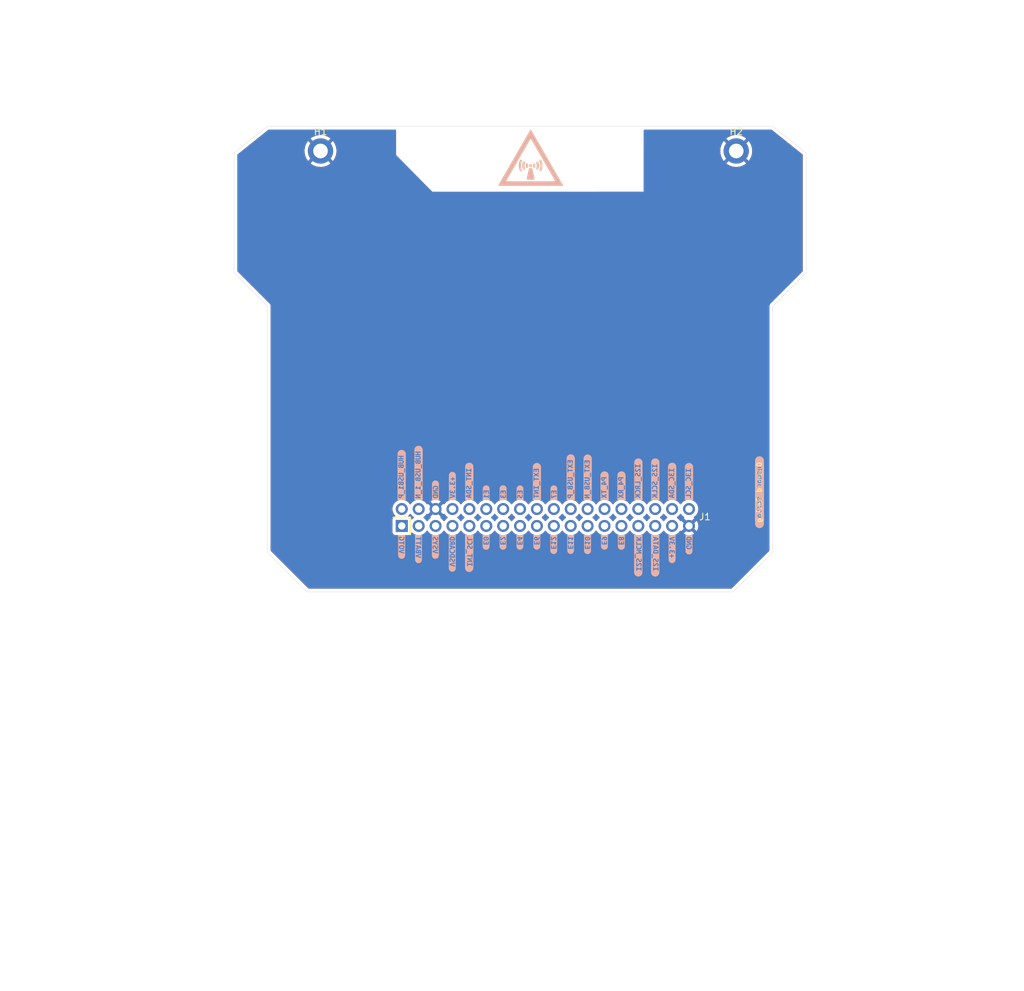
<source format=kicad_pcb>
(kicad_pcb (version 20240108) (generator "pcbnew") (generator_version "8.0")
  (layers (0 "F.Cu" signal) (1 "In1.Cu" signal) (2 "In2.Cu" signal) (31 "B.Cu" signal) (34 "B.Paste" user) (35 "F.Paste" user) (36 "B.SilkS" user "B.Silkscreen") (37 "F.SilkS" user "F.Silkscreen") (38 "B.Mask" user) (39 "F.Mask" user) (44 "Edge.Cuts" user))
  (net 0 "")
  (net 1 "GND")
  (net 2 "E8")
  (net 3 "P4_TX")
  (net 4 "E6")
  (net 5 "E4")
  (net 6 "VSDCARD")
  (net 7 "E9")
  (net 8 "INT_SCL")
  (net 9 "E0")
  (net 10 "P4_RX")
  (net 11 "EXT_INT")
  (net 12 "E10")
  (net 13 "I2S_LRCK")
  (net 14 "HUB_USB1_P")
  (net 15 "E1")
  (net 16 "HUB_USB1_N")
  (net 17 "E2")
  (net 18 "+3.3V")
  (net 19 "EXT_USB_P")
  (net 20 "EXT_USB_N")
  (net 21 "E12")
  (net 22 "E11")
  (net 23 "VOTG")
  (net 24 "VSYS")
  (net 25 "E5")
  (net 26 "I2S_DATA")
  (net 27 "VBATT")
  (net 28 "I2S_MCLK")
  (net 29 "E3")
  (net 30 "I3C_SCL")
  (net 31 "I3C_SDA")
  (net 32 "I2S_SCLK")
  (net 33 "INT_SDA")
  (net 34 "E7")
  (footprint "kibuzzard-672F4776" (layer "F.Cu") (at 36 -10 -90)
    (property "Reference" "kibuzzard-672F4776" (hide yes))
    (property "Value" "G***" (hide yes))
  )
  (footprint "MountingHole:MountingHole_2.2mm_M2_DIN965_Pad" (layer "F.Cu") (at 32.5 -61.3)
    (property "Reference" "H2" (at 0 -2.9 0) (layer "F.SilkS"))
    (property "Value" "Mounting hole")
    (pad "1" thru_hole circle (at 0 0) (size 3.8 3.8) (drill 2.2) (layers "*.Cu" "*.Mask") (net 1 "GND"))
  )
  (footprint "MountingHole:MountingHole_2.2mm_M2_DIN965_Pad" (layer "F.Cu") (at -30 -61.3)
    (property "Reference" "H1" (at 0 -2.9 0) (layer "F.SilkS"))
    (property "Value" "Mounting hole")
    (pad "1" thru_hole circle (at 0 0) (size 3.8 3.8) (drill 2.2) (layers "*.Cu" "*.Mask") (net 1 "GND"))
  )
  (footprint "lcsc:HDR-TH_36P-P2.54-V-M-R2-C18-S2.54-1" (layer "F.Cu") (at 3.81 -6.2)
    (property "Reference" "J1" (at 23.99 -0.1 0) (layer "F.SilkS"))
    (property "Value" "Internal Add-On")
    (pad "1" thru_hole rect (at -21.59 1.27) (size 1.8 1.8) (drill 1.100023) (layers "*.Cu" "*.Mask") (net 23 "VOTG"))
    (pad "2" thru_hole circle (at -21.59 -1.27) (size 1.8 1.8) (drill 1.100023) (layers "*.Cu" "*.Mask") (net 14 "HUB_USB1_P"))
    (pad "3" thru_hole circle (at -19.05 1.27) (size 1.8 1.8) (drill 1.100023) (layers "*.Cu" "*.Mask") (net 27 "VBATT"))
    (pad "4" thru_hole circle (at -19.05 -1.27) (size 1.8 1.8) (drill 1.100023) (layers "*.Cu" "*.Mask") (net 16 "HUB_USB1_N"))
    (pad "5" thru_hole circle (at -16.51 1.270001) (size 1.8 1.8) (drill 1.100023) (layers "*.Cu" "*.Mask") (net 24 "VSYS"))
    (pad "6" thru_hole circle (at -16.51 -1.270001) (size 1.8 1.8) (drill 1.100023) (layers "*.Cu" "*.Mask") (net 1 "GND"))
    (pad "7" thru_hole circle (at -13.97 1.27) (size 1.8 1.8) (drill 1.100023) (layers "*.Cu" "*.Mask") (net 6 "VSDCARD"))
    (pad "8" thru_hole circle (at -13.97 -1.27) (size 1.8 1.8) (drill 1.100023) (layers "*.Cu" "*.Mask") (net 18 "+3.3V"))
    (pad "9" thru_hole circle (at -11.43 1.27) (size 1.8 1.8) (drill 1.100023) (layers "*.Cu" "*.Mask") (net 8 "INT_SCL"))
    (pad "10" thru_hole circle (at -11.43 -1.27) (size 1.8 1.8) (drill 1.100023) (layers "*.Cu" "*.Mask") (net 33 "INT_SDA"))
    (pad "11" thru_hole circle (at -8.89 1.27) (size 1.8 1.8) (drill 1.100023) (layers "*.Cu" "*.Mask") (net 9 "E0"))
    (pad "12" thru_hole circle (at -8.89 -1.27) (size 1.8 1.8) (drill 1.100023) (layers "*.Cu" "*.Mask") (net 15 "E1"))
    (pad "13" thru_hole circle (at -6.35 1.270001) (size 1.8 1.8) (drill 1.100023) (layers "*.Cu" "*.Mask") (net 17 "E2"))
    (pad "14" thru_hole circle (at -6.35 -1.270001) (size 1.8 1.8) (drill 1.100023) (layers "*.Cu" "*.Mask") (net 29 "E3"))
    (pad "15" thru_hole circle (at -3.81 1.27) (size 1.8 1.8) (drill 1.100023) (layers "*.Cu" "*.Mask") (net 5 "E4"))
    (pad "16" thru_hole circle (at -3.81 -1.27) (size 1.8 1.8) (drill 1.100023) (layers "*.Cu" "*.Mask") (net 25 "E5"))
    (pad "17" thru_hole circle (at -1.27 1.27) (size 1.8 1.8) (drill 1.100023) (layers "*.Cu" "*.Mask") (net 4 "E6"))
    (pad "18" thru_hole circle (at -1.27 -1.27) (size 1.8 1.8) (drill 1.100023) (layers "*.Cu" "*.Mask") (net 11 "EXT_INT"))
    (pad "19" thru_hole circle (at 1.27 1.27) (size 1.8 1.8) (drill 1.100023) (layers "*.Cu" "*.Mask") (net 21 "E12"))
    (pad "20" thru_hole circle (at 1.27 -1.27) (size 1.8 1.8) (drill 1.100023) (layers "*.Cu" "*.Mask") (net 34 "E7"))
    (pad "21" thru_hole circle (at 3.81 1.27) (size 1.8 1.8) (drill 1.100023) (layers "*.Cu" "*.Mask") (net 22 "E11"))
    (pad "22" thru_hole circle (at 3.81 -1.27) (size 1.8 1.8) (drill 1.100023) (layers "*.Cu" "*.Mask") (net 19 "EXT_USB_P"))
    (pad "23" thru_hole circle (at 6.35 1.270001) (size 1.8 1.8) (drill 1.100023) (layers "*.Cu" "*.Mask") (net 12 "E10"))
    (pad "24" thru_hole circle (at 6.35 -1.270001) (size 1.8 1.8) (drill 1.100023) (layers "*.Cu" "*.Mask") (net 20 "EXT_USB_N"))
    (pad "25" thru_hole circle (at 8.89 1.27) (size 1.8 1.8) (drill 1.100023) (layers "*.Cu" "*.Mask") (net 7 "E9"))
    (pad "26" thru_hole circle (at 8.89 -1.27) (size 1.8 1.8) (drill 1.100023) (layers "*.Cu" "*.Mask") (net 3 "P4_TX"))
    (pad "27" thru_hole circle (at 11.43 1.27) (size 1.8 1.8) (drill 1.100023) (layers "*.Cu" "*.Mask") (net 2 "E8"))
    (pad "28" thru_hole circle (at 11.43 -1.27) (size 1.8 1.8) (drill 1.100023) (layers "*.Cu" "*.Mask") (net 10 "P4_RX"))
    (pad "29" thru_hole circle (at 13.97 1.27) (size 1.8 1.8) (drill 1.100023) (layers "*.Cu" "*.Mask") (net 28 "I2S_MCLK"))
    (pad "30" thru_hole circle (at 13.97 -1.27) (size 1.8 1.8) (drill 1.100023) (layers "*.Cu" "*.Mask") (net 13 "I2S_LRCK"))
    (pad "31" thru_hole circle (at 16.51 1.270001) (size 1.8 1.8) (drill 1.100023) (layers "*.Cu" "*.Mask") (net 26 "I2S_DATA"))
    (pad "32" thru_hole circle (at 16.51 -1.270001) (size 1.8 1.8) (drill 1.100023) (layers "*.Cu" "*.Mask") (net 32 "I2S_SCLK"))
    (pad "33" thru_hole circle (at 19.05 1.27) (size 1.8 1.8) (drill 1.100023) (layers "*.Cu" "*.Mask") (net 18 "+3.3V"))
    (pad "34" thru_hole circle (at 19.05 -1.27) (size 1.8 1.8) (drill 1.100023) (layers "*.Cu" "*.Mask") (net 31 "I3C_SDA"))
    (pad "35" thru_hole circle (at 21.59 1.27) (size 1.8 1.8) (drill 1.100023) (layers "*.Cu" "*.Mask") (net 1 "GND"))
    (pad "36" thru_hole circle (at 21.59 -1.27) (size 1.8 1.8) (drill 1.100023) (layers "*.Cu" "*.Mask") (net 30 "I3C_SCL"))
  )
  (footprint "design:why2025-mainboard-edge-cuts-usr" (layer "F.Cu") (at 0 0)
    (property "Reference" "N1" (hide yes))
    (property "Value" "Board-outline" (hide yes))
  )
  (footprint "design:radio_logo" (layer "F.Cu") (at 1.6 -60.3)
    (property "Reference" "N2" (hide yes))
    (property "Value" "Radio-logo" (hide yes))
  )
  (footprint "kibuzzard-672F44C7" (layer "B.Cu") (at -7.647156 -0.785784 90)
    (property "Reference" "kibuzzard-672F44C7" (hide yes))
    (property "Value" "G***" (hide yes))
  )
  (footprint "kibuzzard-672F417C" (layer "B.Cu") (at 36 -10 -90)
    (property "Reference" "kibuzzard-672F417C" (hide yes))
    (property "Value" "G***" (hide yes))
  )
  (footprint "kibuzzard-672F4516" (layer "B.Cu") (at 12.689548 -2.461066 90)
    (property "Reference" "kibuzzard-672F4516" (hide yes))
    (property "Value" "G***" (hide yes))
  )
  (footprint "kibuzzard-672F4648" (layer "B.Cu") (at 17.789244 -11.957512 -90)
    (property "Reference" "kibuzzard-672F4648" (hide yes))
    (property "Value" "G***" (hide yes))
  )
  (footprint "kibuzzard-672F44FC" (layer "B.Cu") (at 5.063284 -2.136026 90)
    (property "Reference" "kibuzzard-672F44FC" (hide yes))
    (property "Value" "G***" (hide yes))
  )
  (footprint "kibuzzard-672F45AF" (layer "B.Cu") (at -15.2579 -12.910016 -90)
    (property "Reference" "kibuzzard-672F45AF" (hide yes))
    (property "Value" "G***" (hide yes))
  )
  (footprint "kibuzzard-672F44E9" (layer "B.Cu") (at -0.020892 -2.455251 90)
    (property "Reference" "kibuzzard-672F44E9" (hide yes))
    (property "Value" "G***" (hide yes))
  )
  (footprint "kibuzzard-672F44F4" (layer "B.Cu") (at 2.521196 -2.462682 90)
    (property "Reference" "kibuzzard-672F44F4" (hide yes))
    (property "Value" "G***" (hide yes))
  )
  (footprint "kibuzzard-672F459A" (layer "B.Cu") (at -17.8 -12.598546 -90)
    (property "Reference" "kibuzzard-672F459A" (hide yes))
    (property "Value" "G***" (hide yes))
  )
  (footprint "kibuzzard-672DEDFD" (layer "B.Cu") (at -17.8 -1.775121 90)
    (property "Reference" "kibuzzard-672DEDFD" (hide yes))
    (property "Value" "G***" (hide yes))
  )
  (footprint "kibuzzard-672F4557" (layer "B.Cu") (at 22.8579 -1.453958 90)
    (property "Reference" "kibuzzard-672F4557" (hide yes))
    (property "Value" "G***" (hide yes))
  )
  (footprint "kibuzzard-672F4522" (layer "B.Cu") (at 15.231636 -2.453958 90)
    (property "Reference" "kibuzzard-672F4522" (hide yes))
    (property "Value" "G***" (hide yes))
  )
  (footprint "kibuzzard-672F4544" (layer "B.Cu") (at 17.773724 -0.443942 90)
    (property "Reference" "kibuzzard-672F4544" (hide yes))
    (property "Value" "G***" (hide yes))
  )
  (footprint "kibuzzard-672F465A" (layer "B.Cu") (at 20.331332 -11.957512 -90)
    (property "Reference" "kibuzzard-672F465A" (hide yes))
    (property "Value" "G***" (hide yes))
  )
  (footprint "kibuzzard-672F463A" (layer "B.Cu") (at 15.247156 -10.985945 -90)
    (property "Reference" "kibuzzard-672F463A" (hide yes))
    (property "Value" "G***" (hide yes))
  )
  (footprint "kibuzzard-672F4561" (layer "B.Cu") (at 25.4 -2.101454 90)
    (property "Reference" "kibuzzard-672F4561" (hide yes))
    (property "Value" "G***" (hide yes))
  )
  (footprint "kibuzzard-672F44AA" (layer "B.Cu") (at -12.731332 -1.777706 90)
    (property "Reference" "kibuzzard-672F44AA" (hide yes))
    (property "Value" "G***" (hide yes))
  )
  (footprint "kibuzzard-672F44B3" (layer "B.Cu") (at -10.189244 -0.8 90)
    (property "Reference" "kibuzzard-672F44B3" (hide yes))
    (property "Value" "G***" (hide yes))
  )
  (footprint "kibuzzard-672F452F" (layer "B.Cu") (at 20.315812 -0.44265 90)
    (property "Reference" "kibuzzard-672F452F" (hide yes))
    (property "Value" "G***" (hide yes))
  )
  (footprint "kibuzzard-672F45D8" (layer "B.Cu") (at -7.631636 -11.635703 -90)
    (property "Reference" "kibuzzard-672F45D8" (hide yes))
    (property "Value" "G***" (hide yes))
  )
  (footprint "kibuzzard-672F45E8" (layer "B.Cu") (at -5.089548 -9.935864 -90)
    (property "Reference" "kibuzzard-672F45E8" (hide yes))
    (property "Value" "G***" (hide yes))
  )
  (footprint "kibuzzard-672F467D" (layer "B.Cu") (at 25.4 -11.61567 -90)
    (property "Reference" "kibuzzard-672F467D" (hide yes))
    (property "Value" "G***" (hide yes))
  )
  (footprint "kibuzzard-672F4600" (layer "B.Cu") (at 2.536716 -11.615024 -90)
    (property "Reference" "kibuzzard-672F4600" (hide yes))
    (property "Value" "G***" (hide yes))
  )
  (footprint "kibuzzard-672F460D" (layer "B.Cu") (at 5.078804 -9.931987 -90)
    (property "Reference" "kibuzzard-672F460D" (hide yes))
    (property "Value" "G***" (hide yes))
  )
  (footprint "kibuzzard-672F45EE" (layer "B.Cu") (at -2.54746 -9.939418 -90)
    (property "Reference" "kibuzzard-672F45EE" (hide yes))
    (property "Value" "G***" (hide yes))
  )
  (footprint "kibuzzard-672F45F5" (layer "B.Cu") (at -0.005372 -9.93231 -90)
    (property "Reference" "kibuzzard-672F45F5" (hide yes))
    (property "Value" "G***" (hide yes))
  )
  (footprint "kibuzzard-672F4510" (layer "B.Cu") (at 10.14746 -2.129887 90)
    (property "Reference" "kibuzzard-672F4510" (hide yes))
    (property "Value" "G***" (hide yes))
  )
  (footprint "kibuzzard-672F466D" (layer "B.Cu") (at 22.865666 -11.635703 -90)
    (property "Reference" "kibuzzard-672F466D" (hide yes))
    (property "Value" "G***" (hide yes))
  )
  (footprint "kibuzzard-672F461C" (layer "B.Cu") (at 7.620892 -12.263812 -90)
    (property "Reference" "kibuzzard-672F461C" (hide yes))
    (property "Value" "G***" (hide yes))
  )
  (footprint "design:radio_logo" (layer "B.Cu") (at 1.6 -60.3 180)
    (property "Reference" "N2" (hide yes))
    (property "Value" "Radio-logo" (hide yes))
  )
  (footprint "kibuzzard-672DEE22" (layer "B.Cu") (at -15.265666 -1.448789 90)
    (property "Reference" "kibuzzard-672DEE22" (hide yes))
    (property "Value" "G***" (hide yes))
  )
  (footprint "kibuzzard-672F45CE" (layer "B.Cu") (at -10.173724 -10.947496 -90)
    (property "Reference" "kibuzzard-672F45CE" (hide yes))
    (property "Value" "G***" (hide yes))
  )
  (footprint "kibuzzard-672F44E2" (layer "B.Cu") (at -2.56298 -2.459128 90)
    (property "Reference" "kibuzzard-672F44E2" (hide yes))
    (property "Value" "G***" (hide yes))
  )
  (footprint "kibuzzard-672F4627" (layer "B.Cu") (at 10.16298 -12.252181 -90)
    (property "Reference" "kibuzzard-672F4627" (hide yes))
    (property "Value" "G***" (hide yes))
  )
  (footprint "kibuzzard-672F4631" (layer "B.Cu") (at 12.705068 -10.985945 -90)
    (property "Reference" "kibuzzard-672F4631" (hide yes))
    (property "Value" "G***" (hide yes))
  )
  (footprint "kibuzzard-672F45BC" (layer "B.Cu") (at -12.715812 -10.3 -90)
    (property "Reference" "kibuzzard-672F45BC" (hide yes))
    (property "Value" "G***" (hide yes))
  )
  (footprint "kibuzzard-672F4509" (layer "B.Cu") (at 7.605372 -2.142488 90)
    (property "Reference" "kibuzzard-672F4509" (hide yes))
    (property "Value" "G***" (hide yes))
  )
  (footprint "kibuzzard-672F44D7" (layer "B.Cu") (at -5.105068 -2.452989 90)
    (property "Reference" "kibuzzard-672F44D7" (hide yes))
    (property "Value" "G***" (hide yes))
  )
  (gr_line (start -38 -65) (end 38 -65) (stroke (width 0.05)) (layer "Edge.Cuts"))
  (gr_line (start 38 -1) (end 32 5) (stroke (width 0.05)) (layer "Edge.Cuts"))
  (gr_line (start -38 -38) (end -38 -1) (stroke (width 0.05)) (layer "Edge.Cuts"))
  (gr_line (start 43 -61) (end 43 -43) (stroke (width 0.05)) (layer "Edge.Cuts"))
  (gr_line (start 38 -38) (end 38 -1) (stroke (width 0.05)) (layer "Edge.Cuts"))
  (gr_line (start -43 -43) (end -38 -38) (stroke (width 0.05)) (layer "Edge.Cuts"))
  (gr_line (start -43 -61) (end -43 -43) (stroke (width 0.05)) (layer "Edge.Cuts"))
  (gr_line (start 43 -61) (end 38 -65) (stroke (width 0.05)) (layer "Edge.Cuts"))
  (gr_line (start 43 -43) (end 38 -38) (stroke (width 0.05)) (layer "Edge.Cuts"))
  (gr_line (start 32 5) (end -32 5) (stroke (width 0.05)) (layer "Edge.Cuts"))
  (gr_line (start -43 -61) (end -38 -65) (stroke (width 0.05)) (layer "Edge.Cuts"))
  (gr_line (start -38 -1) (end -32 5) (stroke (width 0.05)) (layer "Edge.Cuts"))
  (zone (net 0) (net_name "") (layers "F.Cu" "In1.Cu" "In2.Cu" "B.Cu") (connect_pads (clearance 0)) (min_thickness 0.25)
    (keepout (tracks not_allowed) (vias not_allowed) (pads not_allowed) (copperpour not_allowed) (footprints allowed))
    (fill (thermal_gap 0.5) (thermal_bridge_width 0.5))
    (polygon (pts (xy 18.602373 -64.935846) (xy 16.630517 -64.941616) (xy 13.739515 -64.950077) (xy -18.640027 -64.935846) (xy -18.640027 -60.684747) (xy -13.186968 -55.157998) (xy 18.596373 -55.160846)))
  )
  (zone (net 1) (net_name "GND") (layers "F.Cu" "In2.Cu" "B.Cu") (connect_pads (clearance 0.5)) (min_thickness 0.25) (fill yes (thermal_gap 0.5) (thermal_bridge_width 0.5) (island_removal_mode 1) (island_area_min 10))
    (polygon (pts (xy 64 -75.1) (xy 64 8.7) (xy -48.1 8.7) (xy -48.1 -75.1)))
  )
)
</source>
